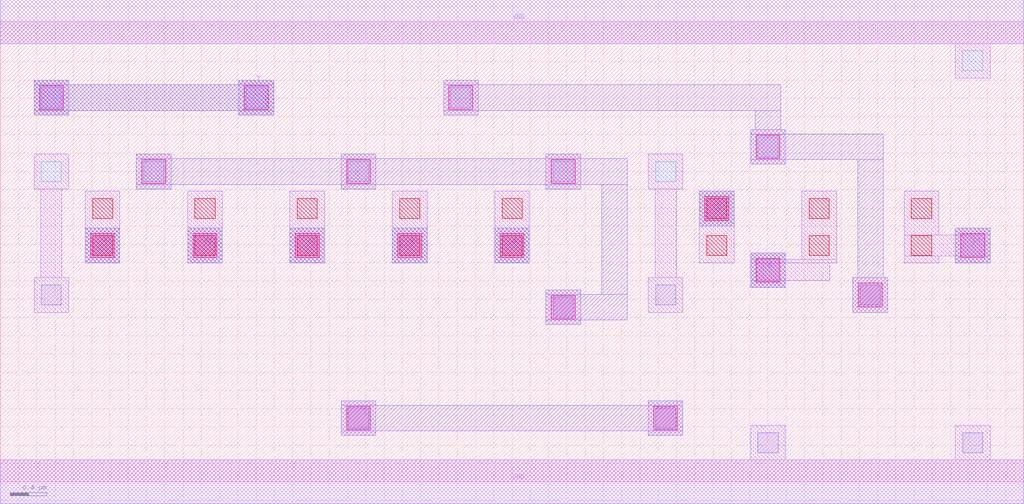
<source format=lef>
MACRO AAOAOI3212
 CLASS CORE ;
 FOREIGN AAOAOI3212 0 0 ;
 SIZE 11.200000000000001 BY 5.04 ;
 ORIGIN 0 0 ;
 SYMMETRY X Y R90 ;
 SITE unit ;
  PIN VDD
   DIRECTION INOUT ;
   USE POWER ;
   SHAPE ABUTMENT ;
    PORT
     CLASS CORE ;
       LAYER met1 ;
        RECT 0.00000000 4.80000000 11.20000000 5.28000000 ;
    END
  END VDD

  PIN GND
   DIRECTION INOUT ;
   USE POWER ;
   SHAPE ABUTMENT ;
    PORT
     CLASS CORE ;
       LAYER met1 ;
        RECT 0.00000000 -0.24000000 11.20000000 0.24000000 ;
    END
  END GND

  PIN Y
   DIRECTION INOUT ;
   USE SIGNAL ;
   SHAPE ABUTMENT ;
    PORT
     CLASS CORE ;
       LAYER met2 ;
        RECT 0.37000000 4.01700000 0.75000000 4.06700000 ;
        RECT 2.61000000 4.01700000 2.99000000 4.06700000 ;
        RECT 0.37000000 4.06700000 2.99000000 4.34700000 ;
        RECT 0.37000000 4.34700000 0.75000000 4.39700000 ;
        RECT 2.61000000 4.34700000 2.99000000 4.39700000 ;
    END
  END Y

  PIN B1
   DIRECTION INOUT ;
   USE SIGNAL ;
   SHAPE ABUTMENT ;
    PORT
     CLASS CORE ;
       LAYER met2 ;
        RECT 4.29000000 2.39700000 4.67000000 2.77700000 ;
    END
  END B1

  PIN A2
   DIRECTION INOUT ;
   USE SIGNAL ;
   SHAPE ABUTMENT ;
    PORT
     CLASS CORE ;
       LAYER met2 ;
        RECT 3.17000000 2.39700000 3.55000000 2.77700000 ;
    END
  END A2

  PIN D
   DIRECTION INOUT ;
   USE SIGNAL ;
   SHAPE ABUTMENT ;
    PORT
     CLASS CORE ;
       LAYER met2 ;
        RECT 8.21000000 2.12700000 8.59000000 2.50700000 ;
    END
  END D

  PIN D1
   DIRECTION INOUT ;
   USE SIGNAL ;
   SHAPE ABUTMENT ;
    PORT
     CLASS CORE ;
       LAYER met2 ;
        RECT 10.45000000 2.39700000 10.83000000 2.77700000 ;
    END
  END D1

  PIN A1
   DIRECTION INOUT ;
   USE SIGNAL ;
   SHAPE ABUTMENT ;
    PORT
     CLASS CORE ;
       LAYER met2 ;
        RECT 2.05000000 2.39700000 2.43000000 2.77700000 ;
    END
  END A1

  PIN A
   DIRECTION INOUT ;
   USE SIGNAL ;
   SHAPE ABUTMENT ;
    PORT
     CLASS CORE ;
       LAYER met2 ;
        RECT 0.93000000 2.39700000 1.31000000 2.77700000 ;
    END
  END A

  PIN B
   DIRECTION INOUT ;
   USE SIGNAL ;
   SHAPE ABUTMENT ;
    PORT
     CLASS CORE ;
       LAYER met2 ;
        RECT 5.41000000 2.39700000 5.79000000 2.77700000 ;
    END
  END B

  PIN C
   DIRECTION INOUT ;
   USE SIGNAL ;
   SHAPE ABUTMENT ;
    PORT
     CLASS CORE ;
       LAYER met2 ;
        RECT 7.65000000 2.80200000 8.03000000 3.18200000 ;
    END
  END C

 OBS
    LAYER polycont ;
     RECT 1.01000000 2.47700000 1.23000000 2.69700000 ;
     RECT 2.13000000 2.47700000 2.35000000 2.69700000 ;
     RECT 3.25000000 2.47700000 3.47000000 2.69700000 ;
     RECT 4.37000000 2.47700000 4.59000000 2.69700000 ;
     RECT 5.49000000 2.47700000 5.71000000 2.69700000 ;
     RECT 7.73000000 2.47700000 7.95000000 2.69700000 ;
     RECT 8.85000000 2.47700000 9.07000000 2.69700000 ;
     RECT 9.97000000 2.47700000 10.19000000 2.69700000 ;
     RECT 1.01000000 2.88200000 1.23000000 3.10200000 ;
     RECT 2.13000000 2.88200000 2.35000000 3.10200000 ;
     RECT 3.25000000 2.88200000 3.47000000 3.10200000 ;
     RECT 4.37000000 2.88200000 4.59000000 3.10200000 ;
     RECT 5.49000000 2.88200000 5.71000000 3.10200000 ;
     RECT 7.73000000 2.88200000 7.95000000 3.10200000 ;
     RECT 8.85000000 2.88200000 9.07000000 3.10200000 ;
     RECT 9.97000000 2.88200000 10.19000000 3.10200000 ;

    LAYER pdiffc ;
     RECT 0.45000000 3.28700000 0.67000000 3.50700000 ;
     RECT 1.57000000 3.28700000 1.79000000 3.50700000 ;
     RECT 3.81000000 3.28700000 4.03000000 3.50700000 ;
     RECT 6.05000000 3.28700000 6.27000000 3.50700000 ;
     RECT 7.17000000 3.28700000 7.39000000 3.50700000 ;
     RECT 8.29000000 3.55700000 8.51000000 3.77700000 ;
     RECT 0.45000000 4.09700000 0.67000000 4.31700000 ;
     RECT 2.69000000 4.09700000 2.91000000 4.31700000 ;
     RECT 4.93000000 4.09700000 5.15000000 4.31700000 ;
     RECT 10.53000000 4.50200000 10.75000000 4.72200000 ;

    LAYER ndiffc ;
     RECT 8.29000000 0.31700000 8.51000000 0.53700000 ;
     RECT 10.53000000 0.31700000 10.75000000 0.53700000 ;
     RECT 3.81000000 0.58700000 4.03000000 0.80700000 ;
     RECT 7.17000000 0.58700000 7.39000000 0.80700000 ;
     RECT 6.05000000 1.80200000 6.27000000 2.02200000 ;
     RECT 0.45000000 1.93700000 0.67000000 2.15700000 ;
     RECT 7.17000000 1.93700000 7.39000000 2.15700000 ;
     RECT 9.41000000 1.93700000 9.63000000 2.15700000 ;

    LAYER met1 ;
     RECT 0.00000000 -0.24000000 11.20000000 0.24000000 ;
     RECT 8.21000000 0.24000000 8.59000000 0.61700000 ;
     RECT 10.45000000 0.24000000 10.83000000 0.61700000 ;
     RECT 3.73000000 0.50700000 4.11000000 0.88700000 ;
     RECT 7.09000000 0.50700000 7.47000000 0.88700000 ;
     RECT 5.97000000 1.72200000 6.35000000 2.10200000 ;
     RECT 9.33000000 1.85700000 9.71000000 2.23700000 ;
     RECT 0.93000000 2.39700000 1.31000000 3.18200000 ;
     RECT 2.05000000 2.39700000 2.43000000 3.18200000 ;
     RECT 3.17000000 2.39700000 3.55000000 3.18200000 ;
     RECT 4.29000000 2.39700000 4.67000000 3.18200000 ;
     RECT 5.41000000 2.39700000 5.79000000 3.18200000 ;
     RECT 7.65000000 2.39700000 8.03000000 3.18200000 ;
     RECT 8.21000000 2.12700000 8.59000000 2.20200000 ;
     RECT 8.21000000 2.20200000 9.07500000 2.39700000 ;
     RECT 8.21000000 2.39700000 9.15000000 2.43200000 ;
     RECT 8.21000000 2.43200000 8.59000000 2.50700000 ;
     RECT 8.77000000 2.43200000 9.15000000 3.18200000 ;
     RECT 9.89000000 2.39700000 10.27000000 2.47200000 ;
     RECT 10.45000000 2.39700000 10.83000000 2.47200000 ;
     RECT 9.89000000 2.47200000 10.83000000 2.70200000 ;
     RECT 10.45000000 2.70200000 10.83000000 2.77700000 ;
     RECT 9.89000000 2.70200000 10.27000000 3.18200000 ;
     RECT 0.37000000 1.85700000 0.75000000 2.23700000 ;
     RECT 0.44500000 2.23700000 0.67500000 3.20700000 ;
     RECT 0.37000000 3.20700000 0.75000000 3.58700000 ;
     RECT 1.49000000 3.20700000 1.87000000 3.58700000 ;
     RECT 3.73000000 3.20700000 4.11000000 3.58700000 ;
     RECT 5.97000000 3.20700000 6.35000000 3.58700000 ;
     RECT 7.09000000 1.85700000 7.47000000 2.23700000 ;
     RECT 7.16500000 2.23700000 7.39500000 3.20700000 ;
     RECT 7.09000000 3.20700000 7.47000000 3.58700000 ;
     RECT 8.21000000 3.47700000 8.59000000 3.85700000 ;
     RECT 0.37000000 4.01700000 0.75000000 4.39700000 ;
     RECT 2.61000000 4.01700000 2.99000000 4.39700000 ;
     RECT 4.85000000 4.01700000 5.23000000 4.39700000 ;
     RECT 10.45000000 4.42200000 10.83000000 4.80000000 ;
     RECT 0.00000000 4.80000000 11.20000000 5.28000000 ;

    LAYER via1 ;
     RECT 3.79000000 0.56700000 4.05000000 0.82700000 ;
     RECT 7.15000000 0.56700000 7.41000000 0.82700000 ;
     RECT 6.03000000 1.78200000 6.29000000 2.04200000 ;
     RECT 9.39000000 1.91700000 9.65000000 2.17700000 ;
     RECT 8.27000000 2.18700000 8.53000000 2.44700000 ;
     RECT 0.99000000 2.45700000 1.25000000 2.71700000 ;
     RECT 2.11000000 2.45700000 2.37000000 2.71700000 ;
     RECT 3.23000000 2.45700000 3.49000000 2.71700000 ;
     RECT 4.35000000 2.45700000 4.61000000 2.71700000 ;
     RECT 5.47000000 2.45700000 5.73000000 2.71700000 ;
     RECT 10.51000000 2.45700000 10.77000000 2.71700000 ;
     RECT 7.71000000 2.86200000 7.97000000 3.12200000 ;
     RECT 1.55000000 3.26700000 1.81000000 3.52700000 ;
     RECT 3.79000000 3.26700000 4.05000000 3.52700000 ;
     RECT 6.03000000 3.26700000 6.29000000 3.52700000 ;
     RECT 8.27000000 3.53700000 8.53000000 3.79700000 ;
     RECT 0.43000000 4.07700000 0.69000000 4.33700000 ;
     RECT 2.67000000 4.07700000 2.93000000 4.33700000 ;
     RECT 4.91000000 4.07700000 5.17000000 4.33700000 ;

    LAYER met2 ;
     RECT 3.73000000 0.50700000 4.11000000 0.55700000 ;
     RECT 7.09000000 0.50700000 7.47000000 0.55700000 ;
     RECT 3.73000000 0.55700000 7.47000000 0.83700000 ;
     RECT 3.73000000 0.83700000 4.11000000 0.88700000 ;
     RECT 7.09000000 0.83700000 7.47000000 0.88700000 ;
     RECT 8.21000000 2.12700000 8.59000000 2.50700000 ;
     RECT 0.93000000 2.39700000 1.31000000 2.77700000 ;
     RECT 2.05000000 2.39700000 2.43000000 2.77700000 ;
     RECT 3.17000000 2.39700000 3.55000000 2.77700000 ;
     RECT 4.29000000 2.39700000 4.67000000 2.77700000 ;
     RECT 5.41000000 2.39700000 5.79000000 2.77700000 ;
     RECT 10.45000000 2.39700000 10.83000000 2.77700000 ;
     RECT 7.65000000 2.80200000 8.03000000 3.18200000 ;
     RECT 5.97000000 1.72200000 6.35000000 1.77200000 ;
     RECT 5.97000000 1.77200000 6.86000000 2.05200000 ;
     RECT 5.97000000 2.05200000 6.35000000 2.10200000 ;
     RECT 1.49000000 3.20700000 1.87000000 3.25700000 ;
     RECT 3.73000000 3.20700000 4.11000000 3.25700000 ;
     RECT 5.97000000 3.20700000 6.35000000 3.25700000 ;
     RECT 6.58000000 2.05200000 6.86000000 3.25700000 ;
     RECT 1.49000000 3.25700000 6.86000000 3.53700000 ;
     RECT 1.49000000 3.53700000 1.87000000 3.58700000 ;
     RECT 3.73000000 3.53700000 4.11000000 3.58700000 ;
     RECT 5.97000000 3.53700000 6.35000000 3.58700000 ;
     RECT 0.37000000 4.01700000 0.75000000 4.06700000 ;
     RECT 2.61000000 4.01700000 2.99000000 4.06700000 ;
     RECT 0.37000000 4.06700000 2.99000000 4.34700000 ;
     RECT 0.37000000 4.34700000 0.75000000 4.39700000 ;
     RECT 2.61000000 4.34700000 2.99000000 4.39700000 ;
     RECT 9.33000000 1.85700000 9.71000000 2.23700000 ;
     RECT 8.21000000 3.47700000 8.59000000 3.52700000 ;
     RECT 9.38000000 2.23700000 9.66000000 3.52700000 ;
     RECT 8.21000000 3.52700000 9.66000000 3.80700000 ;
     RECT 8.21000000 3.80700000 8.59000000 3.85700000 ;
     RECT 4.85000000 4.01700000 5.23000000 4.06700000 ;
     RECT 8.26000000 3.85700000 8.54000000 4.06700000 ;
     RECT 4.85000000 4.06700000 8.54000000 4.34700000 ;
     RECT 4.85000000 4.34700000 5.23000000 4.39700000 ;

 END
END AAOAOI3212

</source>
